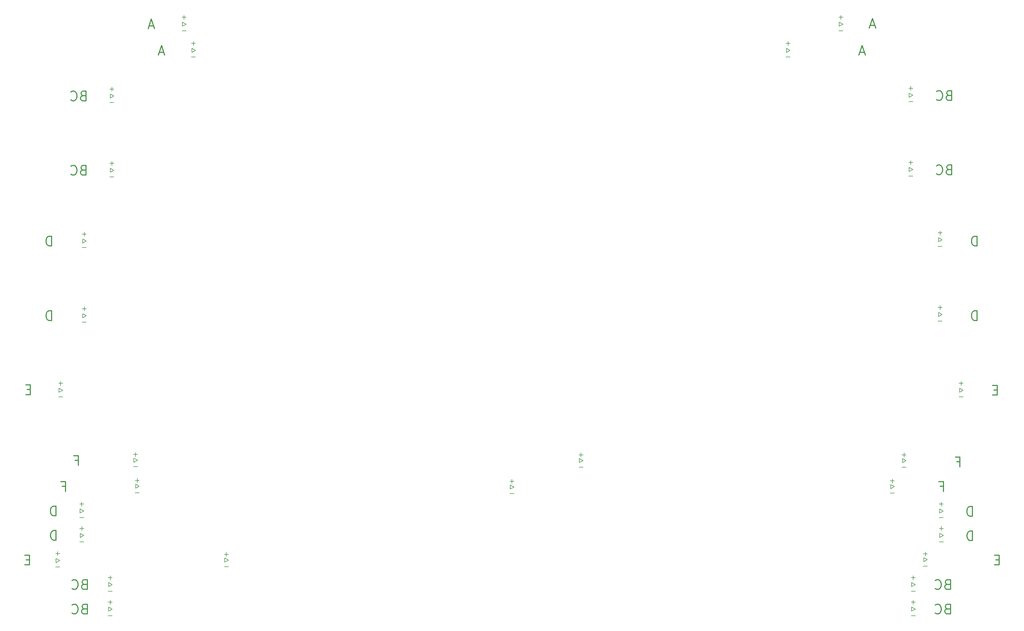
<source format=gbr>
G04 #@! TF.GenerationSoftware,KiCad,Pcbnew,(5.0.0-3-g5ebb6b6)*
G04 #@! TF.CreationDate,2019-02-22T00:56:02-08:00*
G04 #@! TF.ProjectId,Panel,50616E656C2E6B696361645F70636200,rev?*
G04 #@! TF.SameCoordinates,Original*
G04 #@! TF.FileFunction,Legend,Bot*
G04 #@! TF.FilePolarity,Positive*
%FSLAX45Y45*%
G04 Gerber Fmt 4.5, Leading zero omitted, Abs format (unit mm)*
G04 Created by KiCad (PCBNEW (5.0.0-3-g5ebb6b6)) date Friday, February 22, 2019 at 12:56:02 AM*
%MOMM*%
%LPD*%
G01*
G04 APERTURE LIST*
%ADD10C,0.300000*%
%ADD11C,0.200000*%
G04 APERTURE END LIST*
D10*
X34260986Y-21158171D02*
X34160986Y-21158171D01*
X34118129Y-21315314D02*
X34260986Y-21315314D01*
X34260986Y-21015314D01*
X34118129Y-21015314D01*
X4187386Y-21158171D02*
X4087386Y-21158171D01*
X4044528Y-21315314D02*
X4187386Y-21315314D01*
X4187386Y-21015314D01*
X4044528Y-21015314D01*
D11*
X5012100Y-21116100D02*
X5012100Y-21243100D01*
X4999400Y-21382800D02*
X5126400Y-21382800D01*
X5062900Y-20900200D02*
X5062900Y-21027200D01*
X4999400Y-20963700D02*
X5126400Y-20963700D01*
X5126400Y-21179600D02*
X5012100Y-21243100D01*
X5012100Y-21116100D02*
X5126400Y-21179600D01*
X10244500Y-21103400D02*
X10244500Y-21230400D01*
X10231800Y-21370100D02*
X10358800Y-21370100D01*
X10295300Y-20925600D02*
X10295300Y-21052600D01*
X10231800Y-20989100D02*
X10358800Y-20989100D01*
X10358800Y-21166900D02*
X10244500Y-21230400D01*
X10244500Y-21103400D02*
X10358800Y-21166900D01*
X31923400Y-21090700D02*
X31923400Y-21217700D01*
X31910700Y-21357400D02*
X32037700Y-21357400D01*
X31974200Y-20912900D02*
X31974200Y-21039900D01*
X31910700Y-20976400D02*
X32037700Y-20976400D01*
X32037700Y-21154200D02*
X31923400Y-21217700D01*
X31923400Y-21090700D02*
X32037700Y-21154200D01*
D10*
X32691871Y-6729171D02*
X32649014Y-6743457D01*
X32634728Y-6757743D01*
X32620443Y-6786314D01*
X32620443Y-6829171D01*
X32634728Y-6857743D01*
X32649014Y-6872028D01*
X32677586Y-6886314D01*
X32791871Y-6886314D01*
X32791871Y-6586314D01*
X32691871Y-6586314D01*
X32663300Y-6600600D01*
X32649014Y-6614886D01*
X32634728Y-6643457D01*
X32634728Y-6672028D01*
X32649014Y-6700600D01*
X32663300Y-6714886D01*
X32691871Y-6729171D01*
X32791871Y-6729171D01*
X32320443Y-6857743D02*
X32334728Y-6872028D01*
X32377586Y-6886314D01*
X32406157Y-6886314D01*
X32449014Y-6872028D01*
X32477586Y-6843457D01*
X32491871Y-6814886D01*
X32506157Y-6757743D01*
X32506157Y-6714886D01*
X32491871Y-6657743D01*
X32477586Y-6629171D01*
X32449014Y-6600600D01*
X32406157Y-6586314D01*
X32377586Y-6586314D01*
X32334728Y-6600600D01*
X32320443Y-6614886D01*
D11*
X31543800Y-22625600D02*
X31658100Y-22689100D01*
X31658100Y-22689100D02*
X31543800Y-22752600D01*
X31531100Y-22473200D02*
X31658100Y-22473200D01*
X31531100Y-22892300D02*
X31658100Y-22892300D01*
X31543800Y-22625600D02*
X31543800Y-22752600D01*
X31594600Y-22409700D02*
X31594600Y-22536700D01*
X6639100Y-22625600D02*
X6753400Y-22689100D01*
X6753400Y-22689100D02*
X6639100Y-22752600D01*
X6626400Y-22473200D02*
X6753400Y-22473200D01*
X6626400Y-22892300D02*
X6753400Y-22892300D01*
X6639100Y-22625600D02*
X6639100Y-22752600D01*
X6689900Y-22409700D02*
X6689900Y-22536700D01*
D10*
X5878671Y-22680171D02*
X5835814Y-22694457D01*
X5821528Y-22708743D01*
X5807243Y-22737314D01*
X5807243Y-22780171D01*
X5821528Y-22808743D01*
X5835814Y-22823028D01*
X5864386Y-22837314D01*
X5978671Y-22837314D01*
X5978671Y-22537314D01*
X5878671Y-22537314D01*
X5850100Y-22551600D01*
X5835814Y-22565886D01*
X5821528Y-22594457D01*
X5821528Y-22623028D01*
X5835814Y-22651600D01*
X5850100Y-22665886D01*
X5878671Y-22680171D01*
X5978671Y-22680171D01*
X5507243Y-22808743D02*
X5521529Y-22823028D01*
X5564386Y-22837314D01*
X5592957Y-22837314D01*
X5635814Y-22823028D01*
X5664386Y-22794457D01*
X5678671Y-22765886D01*
X5692957Y-22708743D01*
X5692957Y-22665886D01*
X5678671Y-22608743D01*
X5664386Y-22580171D01*
X5635814Y-22551600D01*
X5592957Y-22537314D01*
X5564386Y-22537314D01*
X5521529Y-22551600D01*
X5507243Y-22565886D01*
X32650271Y-22680171D02*
X32607414Y-22694457D01*
X32593128Y-22708743D01*
X32578843Y-22737314D01*
X32578843Y-22780171D01*
X32593128Y-22808743D01*
X32607414Y-22823028D01*
X32635986Y-22837314D01*
X32750271Y-22837314D01*
X32750271Y-22537314D01*
X32650271Y-22537314D01*
X32621700Y-22551600D01*
X32607414Y-22565886D01*
X32593128Y-22594457D01*
X32593128Y-22623028D01*
X32607414Y-22651600D01*
X32621700Y-22665886D01*
X32650271Y-22680171D01*
X32750271Y-22680171D01*
X32278843Y-22808743D02*
X32293128Y-22823028D01*
X32335986Y-22837314D01*
X32364557Y-22837314D01*
X32407414Y-22823028D01*
X32435986Y-22794457D01*
X32450271Y-22765886D01*
X32464557Y-22708743D01*
X32464557Y-22665886D01*
X32450271Y-22608743D01*
X32435986Y-22580171D01*
X32407414Y-22551600D01*
X32364557Y-22537314D01*
X32335986Y-22537314D01*
X32293128Y-22551600D01*
X32278843Y-22565886D01*
D11*
X32416600Y-20337200D02*
X32530900Y-20400700D01*
X32530900Y-20400700D02*
X32416600Y-20464200D01*
X32403900Y-20184800D02*
X32530900Y-20184800D01*
X32403900Y-20603900D02*
X32530900Y-20603900D01*
X32416600Y-20337200D02*
X32416600Y-20464200D01*
X32467400Y-20121300D02*
X32467400Y-20248300D01*
X5759300Y-20337200D02*
X5873600Y-20400700D01*
X5873600Y-20400700D02*
X5759300Y-20464200D01*
X5746600Y-20184800D02*
X5873600Y-20184800D01*
X5746600Y-20603900D02*
X5873600Y-20603900D01*
X5759300Y-20337200D02*
X5759300Y-20464200D01*
X5810100Y-20121300D02*
X5810100Y-20248300D01*
D10*
X5012371Y-20549114D02*
X5012371Y-20249114D01*
X4940943Y-20249114D01*
X4898086Y-20263400D01*
X4869514Y-20291971D01*
X4855229Y-20320543D01*
X4840943Y-20377686D01*
X4840943Y-20420543D01*
X4855229Y-20477686D01*
X4869514Y-20506257D01*
X4898086Y-20534829D01*
X4940943Y-20549114D01*
X5012371Y-20549114D01*
X33434971Y-20561814D02*
X33434971Y-20261814D01*
X33363543Y-20261814D01*
X33320686Y-20276100D01*
X33292114Y-20304671D01*
X33277828Y-20333243D01*
X33263543Y-20390386D01*
X33263543Y-20433243D01*
X33277828Y-20490386D01*
X33292114Y-20518957D01*
X33320686Y-20547529D01*
X33363543Y-20561814D01*
X33434971Y-20561814D01*
D11*
X32378500Y-13473300D02*
X32492800Y-13536800D01*
X32492800Y-13536800D02*
X32378500Y-13600300D01*
X32365800Y-13320900D02*
X32492800Y-13320900D01*
X32365800Y-13740000D02*
X32492800Y-13740000D01*
X32378500Y-13473300D02*
X32378500Y-13600300D01*
X32429300Y-13257400D02*
X32429300Y-13384400D01*
X5835500Y-13511400D02*
X5949800Y-13574900D01*
X5949800Y-13574900D02*
X5835500Y-13638400D01*
X5822800Y-13359000D02*
X5949800Y-13359000D01*
X5822800Y-13778100D02*
X5949800Y-13778100D01*
X5835500Y-13511400D02*
X5835500Y-13638400D01*
X5886300Y-13295500D02*
X5886300Y-13422500D01*
D10*
X4872671Y-13723314D02*
X4872671Y-13423314D01*
X4801243Y-13423314D01*
X4758386Y-13437600D01*
X4729814Y-13466171D01*
X4715529Y-13494743D01*
X4701243Y-13551886D01*
X4701243Y-13594743D01*
X4715529Y-13651886D01*
X4729814Y-13680457D01*
X4758386Y-13709028D01*
X4801243Y-13723314D01*
X4872671Y-13723314D01*
X33574671Y-13723314D02*
X33574671Y-13423314D01*
X33503243Y-13423314D01*
X33460386Y-13437600D01*
X33431814Y-13466171D01*
X33417528Y-13494743D01*
X33403243Y-13551886D01*
X33403243Y-13594743D01*
X33417528Y-13651886D01*
X33431814Y-13680457D01*
X33460386Y-13709028D01*
X33503243Y-13723314D01*
X33574671Y-13723314D01*
D11*
X31471200Y-8969000D02*
X31585500Y-9032500D01*
X31585500Y-9032500D02*
X31471200Y-9096000D01*
X31458500Y-8816600D02*
X31585500Y-8816600D01*
X31458500Y-9235700D02*
X31585500Y-9235700D01*
X31471200Y-8969000D02*
X31471200Y-9096000D01*
X31522000Y-8753100D02*
X31522000Y-8880100D01*
X6693500Y-8994400D02*
X6807800Y-9057900D01*
X6807800Y-9057900D02*
X6693500Y-9121400D01*
X6680800Y-8842000D02*
X6807800Y-8842000D01*
X6680800Y-9261100D02*
X6807800Y-9261100D01*
X6693500Y-8994400D02*
X6693500Y-9121400D01*
X6744300Y-8778500D02*
X6744300Y-8905500D01*
D10*
X5844171Y-9048971D02*
X5801314Y-9063257D01*
X5787028Y-9077543D01*
X5772743Y-9106114D01*
X5772743Y-9148971D01*
X5787028Y-9177543D01*
X5801314Y-9191829D01*
X5829886Y-9206114D01*
X5944171Y-9206114D01*
X5944171Y-8906114D01*
X5844171Y-8906114D01*
X5815600Y-8920400D01*
X5801314Y-8934686D01*
X5787028Y-8963257D01*
X5787028Y-8991829D01*
X5801314Y-9020400D01*
X5815600Y-9034686D01*
X5844171Y-9048971D01*
X5944171Y-9048971D01*
X5472743Y-9177543D02*
X5487029Y-9191829D01*
X5529886Y-9206114D01*
X5558457Y-9206114D01*
X5601314Y-9191829D01*
X5629886Y-9163257D01*
X5644171Y-9134686D01*
X5658457Y-9077543D01*
X5658457Y-9034686D01*
X5644171Y-8977543D01*
X5629886Y-8948971D01*
X5601314Y-8920400D01*
X5558457Y-8906114D01*
X5529886Y-8906114D01*
X5487029Y-8920400D01*
X5472743Y-8934686D01*
X32691971Y-9036271D02*
X32649114Y-9050557D01*
X32634828Y-9064843D01*
X32620543Y-9093414D01*
X32620543Y-9136271D01*
X32634828Y-9164843D01*
X32649114Y-9179129D01*
X32677686Y-9193414D01*
X32791971Y-9193414D01*
X32791971Y-8893414D01*
X32691971Y-8893414D01*
X32663400Y-8907700D01*
X32649114Y-8921986D01*
X32634828Y-8950557D01*
X32634828Y-8979129D01*
X32649114Y-9007700D01*
X32663400Y-9021986D01*
X32691971Y-9036271D01*
X32791971Y-9036271D01*
X32320543Y-9164843D02*
X32334828Y-9179129D01*
X32377686Y-9193414D01*
X32406257Y-9193414D01*
X32449114Y-9179129D01*
X32477686Y-9150557D01*
X32491971Y-9121986D01*
X32506257Y-9064843D01*
X32506257Y-9021986D01*
X32491971Y-8964843D01*
X32477686Y-8936271D01*
X32449114Y-8907700D01*
X32406257Y-8893414D01*
X32377686Y-8893414D01*
X32334828Y-8907700D01*
X32320543Y-8921986D01*
D11*
X8983860Y-4242462D02*
X8983860Y-4369462D01*
X8933060Y-4458362D02*
X8933060Y-4585362D01*
X8920360Y-4725062D02*
X9047360Y-4725062D01*
X8920360Y-4305962D02*
X9047360Y-4305962D01*
X9047360Y-4521862D02*
X8933060Y-4585362D01*
X8933060Y-4458362D02*
X9047360Y-4521862D01*
X29354660Y-4242462D02*
X29354660Y-4369462D01*
X29303860Y-4458362D02*
X29303860Y-4585362D01*
X29291160Y-4725062D02*
X29418160Y-4725062D01*
X29291160Y-4305962D02*
X29418160Y-4305962D01*
X29418160Y-4521862D02*
X29303860Y-4585362D01*
X29303860Y-4458362D02*
X29418160Y-4521862D01*
D10*
X30403988Y-4558962D02*
X30261131Y-4558962D01*
X30432560Y-4644676D02*
X30332560Y-4344676D01*
X30232560Y-4644676D01*
X8039288Y-4571662D02*
X7896431Y-4571662D01*
X8067860Y-4657376D02*
X7967860Y-4357376D01*
X7867860Y-4657376D01*
D11*
X27712800Y-5053100D02*
X27712800Y-5180100D01*
X27662000Y-5269000D02*
X27662000Y-5396000D01*
X27649300Y-5535700D02*
X27776300Y-5535700D01*
X27649300Y-5116600D02*
X27776300Y-5116600D01*
X27776300Y-5332500D02*
X27662000Y-5396000D01*
X27662000Y-5269000D02*
X27776300Y-5332500D01*
X9272400Y-5053100D02*
X9272400Y-5180100D01*
X9221600Y-5269000D02*
X9221600Y-5396000D01*
X9208900Y-5535700D02*
X9335900Y-5535700D01*
X9208900Y-5116600D02*
X9335900Y-5116600D01*
X9335900Y-5332500D02*
X9221600Y-5396000D01*
X9221600Y-5269000D02*
X9335900Y-5332500D01*
D10*
X30082928Y-5395200D02*
X29940071Y-5395200D01*
X30111500Y-5480914D02*
X30011500Y-5180914D01*
X29911500Y-5480914D01*
X8353228Y-5395200D02*
X8210371Y-5395200D01*
X8381800Y-5480914D02*
X8281800Y-5180914D01*
X8181800Y-5480914D01*
D11*
X6744200Y-6471400D02*
X6744200Y-6598400D01*
X6693400Y-6687300D02*
X6693400Y-6814300D01*
X6680700Y-6954000D02*
X6807700Y-6954000D01*
X6680700Y-6534900D02*
X6807700Y-6534900D01*
X6807700Y-6750800D02*
X6693400Y-6814300D01*
X6693400Y-6687300D02*
X6807700Y-6750800D01*
X31521900Y-6446000D02*
X31521900Y-6573000D01*
X31471100Y-6661900D02*
X31471100Y-6788900D01*
X31458400Y-6928600D02*
X31585400Y-6928600D01*
X31458400Y-6509500D02*
X31585400Y-6509500D01*
X31585400Y-6725400D02*
X31471100Y-6788900D01*
X31471100Y-6661900D02*
X31585400Y-6725400D01*
D10*
X5844071Y-6741871D02*
X5801214Y-6756157D01*
X5786928Y-6770443D01*
X5772643Y-6799014D01*
X5772643Y-6841871D01*
X5786928Y-6870443D01*
X5801214Y-6884728D01*
X5829786Y-6899014D01*
X5944071Y-6899014D01*
X5944071Y-6599014D01*
X5844071Y-6599014D01*
X5815500Y-6613300D01*
X5801214Y-6627586D01*
X5786928Y-6656157D01*
X5786928Y-6684728D01*
X5801214Y-6713300D01*
X5815500Y-6727586D01*
X5844071Y-6741871D01*
X5944071Y-6741871D01*
X5472643Y-6870443D02*
X5486929Y-6884728D01*
X5529786Y-6899014D01*
X5558357Y-6899014D01*
X5601214Y-6884728D01*
X5629786Y-6856157D01*
X5644071Y-6827586D01*
X5658357Y-6770443D01*
X5658357Y-6727586D01*
X5644071Y-6670443D01*
X5629786Y-6641871D01*
X5601214Y-6613300D01*
X5558357Y-6599014D01*
X5529786Y-6599014D01*
X5486929Y-6613300D01*
X5472643Y-6627586D01*
D11*
X6689900Y-21647800D02*
X6689900Y-21774800D01*
X6639100Y-21863700D02*
X6639100Y-21990700D01*
X6626400Y-22130400D02*
X6753400Y-22130400D01*
X6626400Y-21711300D02*
X6753400Y-21711300D01*
X6753400Y-21927200D02*
X6639100Y-21990700D01*
X6639100Y-21863700D02*
X6753400Y-21927200D01*
X31594600Y-21647800D02*
X31594600Y-21774800D01*
X31543800Y-21863700D02*
X31543800Y-21990700D01*
X31531100Y-22130400D02*
X31658100Y-22130400D01*
X31531100Y-21711300D02*
X31658100Y-21711300D01*
X31658100Y-21927200D02*
X31543800Y-21990700D01*
X31543800Y-21863700D02*
X31658100Y-21927200D01*
D10*
X32650271Y-21918271D02*
X32607414Y-21932557D01*
X32593128Y-21946843D01*
X32578843Y-21975414D01*
X32578843Y-22018271D01*
X32593128Y-22046843D01*
X32607414Y-22061129D01*
X32635986Y-22075414D01*
X32750271Y-22075414D01*
X32750271Y-21775414D01*
X32650271Y-21775414D01*
X32621700Y-21789700D01*
X32607414Y-21803986D01*
X32593128Y-21832557D01*
X32593128Y-21861129D01*
X32607414Y-21889700D01*
X32621700Y-21903986D01*
X32650271Y-21918271D01*
X32750271Y-21918271D01*
X32278843Y-22046843D02*
X32293128Y-22061129D01*
X32335986Y-22075414D01*
X32364557Y-22075414D01*
X32407414Y-22061129D01*
X32435986Y-22032557D01*
X32450271Y-22003986D01*
X32464557Y-21946843D01*
X32464557Y-21903986D01*
X32450271Y-21846843D01*
X32435986Y-21818271D01*
X32407414Y-21789700D01*
X32364557Y-21775414D01*
X32335986Y-21775414D01*
X32293128Y-21789700D01*
X32278843Y-21803986D01*
X5878671Y-21918271D02*
X5835814Y-21932557D01*
X5821528Y-21946843D01*
X5807243Y-21975414D01*
X5807243Y-22018271D01*
X5821528Y-22046843D01*
X5835814Y-22061129D01*
X5864386Y-22075414D01*
X5978671Y-22075414D01*
X5978671Y-21775414D01*
X5878671Y-21775414D01*
X5850100Y-21789700D01*
X5835814Y-21803986D01*
X5821528Y-21832557D01*
X5821528Y-21861129D01*
X5835814Y-21889700D01*
X5850100Y-21903986D01*
X5878671Y-21918271D01*
X5978671Y-21918271D01*
X5507243Y-22046843D02*
X5521529Y-22061129D01*
X5564386Y-22075414D01*
X5592957Y-22075414D01*
X5635814Y-22061129D01*
X5664386Y-22032557D01*
X5678671Y-22003986D01*
X5692957Y-21946843D01*
X5692957Y-21903986D01*
X5678671Y-21846843D01*
X5664386Y-21818271D01*
X5635814Y-21789700D01*
X5592957Y-21775414D01*
X5564386Y-21775414D01*
X5521529Y-21789700D01*
X5507243Y-21803986D01*
D11*
X5886300Y-10977800D02*
X5886300Y-11104800D01*
X5835500Y-11193700D02*
X5835500Y-11320700D01*
X5822800Y-11460400D02*
X5949800Y-11460400D01*
X5822800Y-11041300D02*
X5949800Y-11041300D01*
X5949800Y-11257200D02*
X5835500Y-11320700D01*
X5835500Y-11193700D02*
X5949800Y-11257200D01*
X32429300Y-10939700D02*
X32429300Y-11066700D01*
X32378500Y-11155600D02*
X32378500Y-11282600D01*
X32365800Y-11422300D02*
X32492800Y-11422300D01*
X32365800Y-11003200D02*
X32492800Y-11003200D01*
X32492800Y-11219100D02*
X32378500Y-11282600D01*
X32378500Y-11155600D02*
X32492800Y-11219100D01*
D10*
X33574671Y-11405614D02*
X33574671Y-11105614D01*
X33503243Y-11105614D01*
X33460386Y-11119900D01*
X33431814Y-11148471D01*
X33417528Y-11177043D01*
X33403243Y-11234186D01*
X33403243Y-11277043D01*
X33417528Y-11334186D01*
X33431814Y-11362757D01*
X33460386Y-11391328D01*
X33503243Y-11405614D01*
X33574671Y-11405614D01*
X4872671Y-11405614D02*
X4872671Y-11105614D01*
X4801243Y-11105614D01*
X4758386Y-11119900D01*
X4729814Y-11148471D01*
X4715529Y-11177043D01*
X4701243Y-11234186D01*
X4701243Y-11277043D01*
X4715529Y-11334186D01*
X4729814Y-11362757D01*
X4758386Y-11391328D01*
X4801243Y-11405614D01*
X4872671Y-11405614D01*
D11*
X5806600Y-19362800D02*
X5806600Y-19489800D01*
X5755800Y-19578700D02*
X5755800Y-19705700D01*
X5743100Y-19845400D02*
X5870100Y-19845400D01*
X5743100Y-19426300D02*
X5870100Y-19426300D01*
X5870100Y-19642200D02*
X5755800Y-19705700D01*
X5755800Y-19578700D02*
X5870100Y-19642200D01*
X32463900Y-19362800D02*
X32463900Y-19489800D01*
X32413100Y-19578700D02*
X32413100Y-19705700D01*
X32400400Y-19845400D02*
X32527400Y-19845400D01*
X32400400Y-19426300D02*
X32527400Y-19426300D01*
X32527400Y-19642200D02*
X32413100Y-19705700D01*
X32413100Y-19578700D02*
X32527400Y-19642200D01*
D10*
X33431471Y-19803314D02*
X33431471Y-19503314D01*
X33360043Y-19503314D01*
X33317186Y-19517600D01*
X33288614Y-19546171D01*
X33274328Y-19574743D01*
X33260043Y-19631886D01*
X33260043Y-19674743D01*
X33274328Y-19731886D01*
X33288614Y-19760457D01*
X33317186Y-19789029D01*
X33360043Y-19803314D01*
X33431471Y-19803314D01*
X5008871Y-19790614D02*
X5008871Y-19490614D01*
X4937443Y-19490614D01*
X4894586Y-19504900D01*
X4866014Y-19533471D01*
X4851729Y-19562043D01*
X4837443Y-19619186D01*
X4837443Y-19662043D01*
X4851729Y-19719186D01*
X4866014Y-19747757D01*
X4894586Y-19776329D01*
X4937443Y-19790614D01*
X5008871Y-19790614D01*
D11*
X5155400Y-15610100D02*
X5155400Y-15737100D01*
X5104600Y-15826000D02*
X5104600Y-15953000D01*
X5091900Y-16092700D02*
X5218900Y-16092700D01*
X5091900Y-15673600D02*
X5218900Y-15673600D01*
X5218900Y-15889500D02*
X5104600Y-15953000D01*
X5104600Y-15826000D02*
X5218900Y-15889500D01*
X33082700Y-15610100D02*
X33082700Y-15737100D01*
X33031900Y-15826000D02*
X33031900Y-15953000D01*
X33019200Y-16092700D02*
X33146200Y-16092700D01*
X33019200Y-15673600D02*
X33146200Y-15673600D01*
X33146200Y-15889500D02*
X33031900Y-15953000D01*
X33031900Y-15826000D02*
X33146200Y-15889500D01*
D10*
X4216386Y-15868071D02*
X4116386Y-15868071D01*
X4073528Y-16025214D02*
X4216386Y-16025214D01*
X4216386Y-15725214D01*
X4073528Y-15725214D01*
X34201086Y-15880771D02*
X34101086Y-15880771D01*
X34058229Y-16037914D02*
X34201086Y-16037914D01*
X34201086Y-15737914D01*
X34058229Y-15737914D01*
D11*
X7423900Y-17999200D02*
X7423900Y-18126200D01*
X7411200Y-18265900D02*
X7538200Y-18265900D01*
X7474700Y-17821400D02*
X7474700Y-17948400D01*
X7411200Y-17884900D02*
X7538200Y-17884900D01*
X7538200Y-18062700D02*
X7423900Y-18126200D01*
X7423900Y-17999200D02*
X7538200Y-18062700D01*
X21241500Y-18011900D02*
X21241500Y-18138900D01*
X21228800Y-18278600D02*
X21355800Y-18278600D01*
X21292300Y-17834100D02*
X21292300Y-17961100D01*
X21228800Y-17897600D02*
X21355800Y-17897600D01*
X21355800Y-18075400D02*
X21241500Y-18138900D01*
X21241500Y-18011900D02*
X21355800Y-18075400D01*
X31261800Y-18011900D02*
X31261800Y-18138900D01*
X31249100Y-18278600D02*
X31376100Y-18278600D01*
X31312600Y-17834100D02*
X31312600Y-17961100D01*
X31249100Y-17897600D02*
X31376100Y-17897600D01*
X31376100Y-18075400D02*
X31261800Y-18138900D01*
X31261800Y-18011900D02*
X31376100Y-18075400D01*
D10*
X5603043Y-18066671D02*
X5703043Y-18066671D01*
X5703043Y-18223814D02*
X5703043Y-17923814D01*
X5560186Y-17923814D01*
X32945443Y-18110871D02*
X33045443Y-18110871D01*
X33045443Y-18268014D02*
X33045443Y-17968014D01*
X32902586Y-17968014D01*
D11*
X7480400Y-18807500D02*
X7480400Y-18934500D01*
X7467700Y-19074200D02*
X7594700Y-19074200D01*
X7531200Y-18629700D02*
X7531200Y-18756700D01*
X7467700Y-18693200D02*
X7594700Y-18693200D01*
X7594700Y-18871000D02*
X7480400Y-18934500D01*
X7480400Y-18807500D02*
X7594700Y-18871000D01*
X19100900Y-18832900D02*
X19100900Y-18959900D01*
X19088200Y-19099600D02*
X19215200Y-19099600D01*
X19151700Y-18655100D02*
X19151700Y-18782100D01*
X19088200Y-18718600D02*
X19215200Y-18718600D01*
X19215200Y-18896400D02*
X19100900Y-18959900D01*
X19100900Y-18832900D02*
X19215200Y-18896400D01*
X30886500Y-18705900D02*
X31013500Y-18705900D01*
X30950000Y-18642400D02*
X30950000Y-18769400D01*
X30899200Y-18820200D02*
X31013500Y-18883700D01*
X31013500Y-18883700D02*
X30899200Y-18947200D01*
X30886500Y-19086900D02*
X31013500Y-19086900D01*
X30899200Y-18820200D02*
X30899200Y-18947200D01*
D10*
X32431143Y-18874971D02*
X32531143Y-18874971D01*
X32531143Y-19032114D02*
X32531143Y-18732114D01*
X32388286Y-18732114D01*
X5202343Y-18874971D02*
X5302343Y-18874971D01*
X5302343Y-19032114D02*
X5302343Y-18732114D01*
X5159486Y-18732114D01*
M02*

</source>
